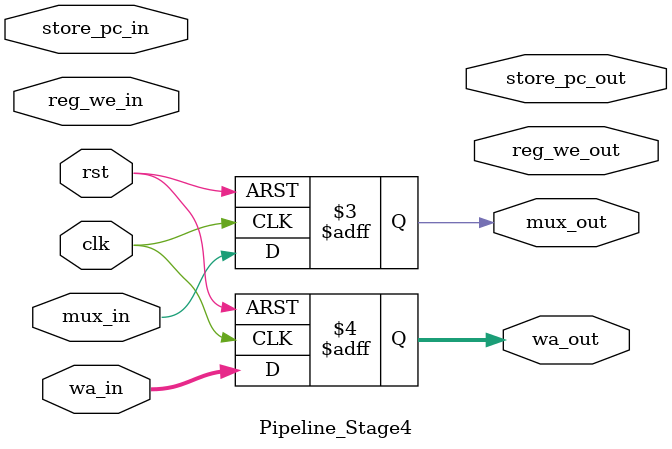
<source format=sv>
module Pipeline_Stage4
(
    input clk,
    input rst,

    input logic reg_we_in,
	input logic store_pc_in,
    output logic reg_we_out,
	output logic store_pc_out,

    input mux_in,
    output mux_out,

    input wire logic[4:0] wa_in,
    output wire logic[4:0] wa_out,
);

always_ff@(posedge clk or negedge rst) begin
    if (!rst) begin
        mux_out <= '0;
        wa_out <= '0;
    end
    else if (clk) begin
        mux_out <= mux_in;
        wa_out <= wa_in;
    end
end

endmodule
</source>
